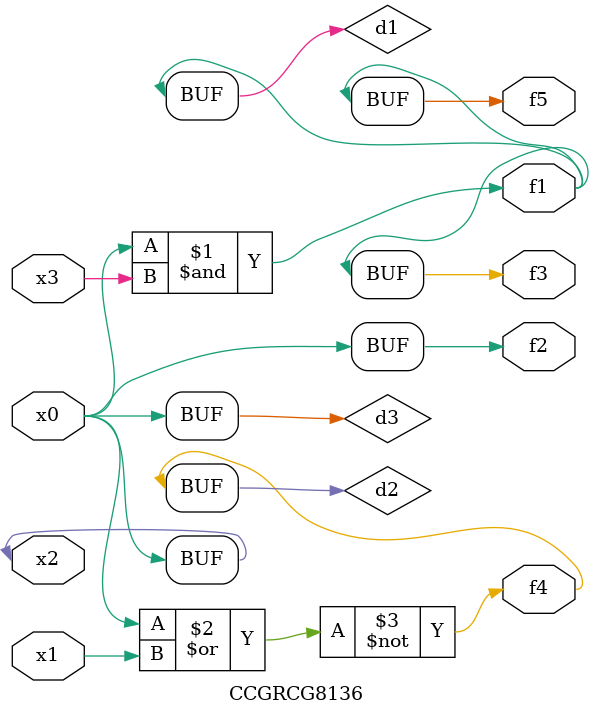
<source format=v>
module CCGRCG8136(
	input x0, x1, x2, x3,
	output f1, f2, f3, f4, f5
);

	wire d1, d2, d3;

	and (d1, x2, x3);
	nor (d2, x0, x1);
	buf (d3, x0, x2);
	assign f1 = d1;
	assign f2 = d3;
	assign f3 = d1;
	assign f4 = d2;
	assign f5 = d1;
endmodule

</source>
